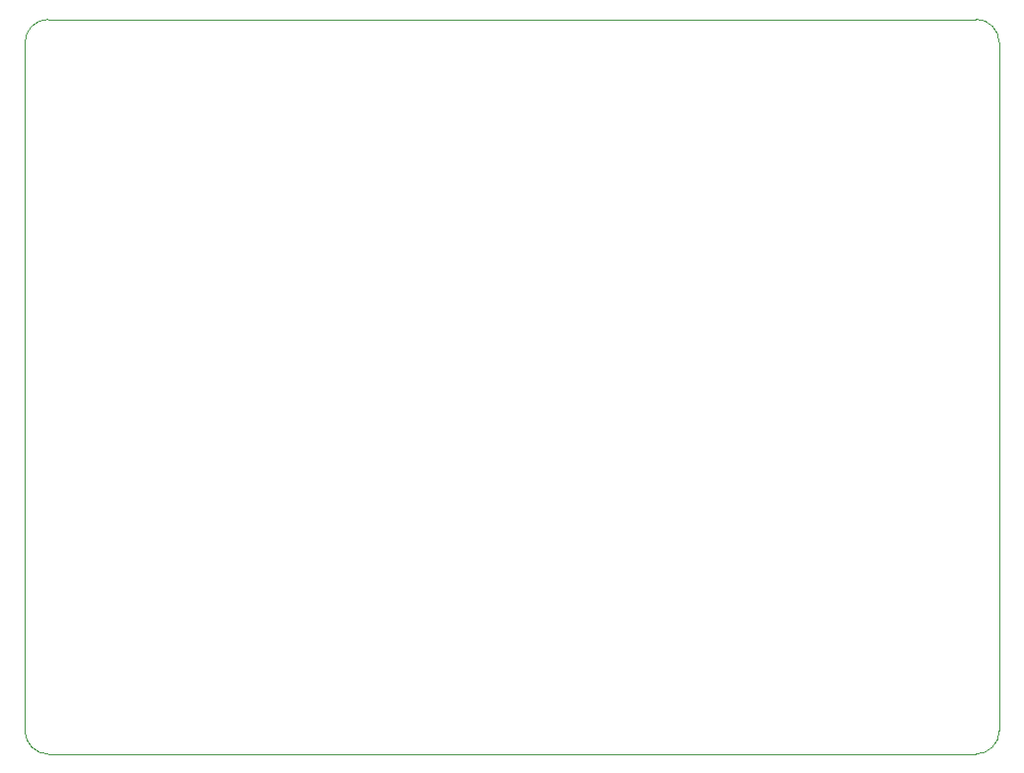
<source format=gm1>
%TF.GenerationSoftware,KiCad,Pcbnew,7.0.7*%
%TF.CreationDate,2024-08-03T11:40:47-04:00*%
%TF.ProjectId,mainbox1.0,6d61696e-626f-4783-912e-302e6b696361,rev?*%
%TF.SameCoordinates,Original*%
%TF.FileFunction,Profile,NP*%
%FSLAX46Y46*%
G04 Gerber Fmt 4.6, Leading zero omitted, Abs format (unit mm)*
G04 Created by KiCad (PCBNEW 7.0.7) date 2024-08-03 11:40:47*
%MOMM*%
%LPD*%
G01*
G04 APERTURE LIST*
%TA.AperFunction,Profile*%
%ADD10C,0.100000*%
%TD*%
G04 APERTURE END LIST*
D10*
X88868000Y-49301400D02*
G75*
G03*
X86868000Y-51301400I0J-2000000D01*
G01*
X86868000Y-110395000D02*
G75*
G03*
X88868000Y-112395000I2000000J0D01*
G01*
X86868000Y-110395000D02*
X86868000Y-51301400D01*
X170484800Y-51301400D02*
G75*
G03*
X168484800Y-49301400I-2000000J0D01*
G01*
X88868000Y-49301400D02*
X168484800Y-49301400D01*
X168484800Y-112395000D02*
G75*
G03*
X170484800Y-110395000I0J2000000D01*
G01*
X168484800Y-112395000D02*
X88868000Y-112395000D01*
X170484800Y-51301400D02*
X170484800Y-110395000D01*
M02*

</source>
